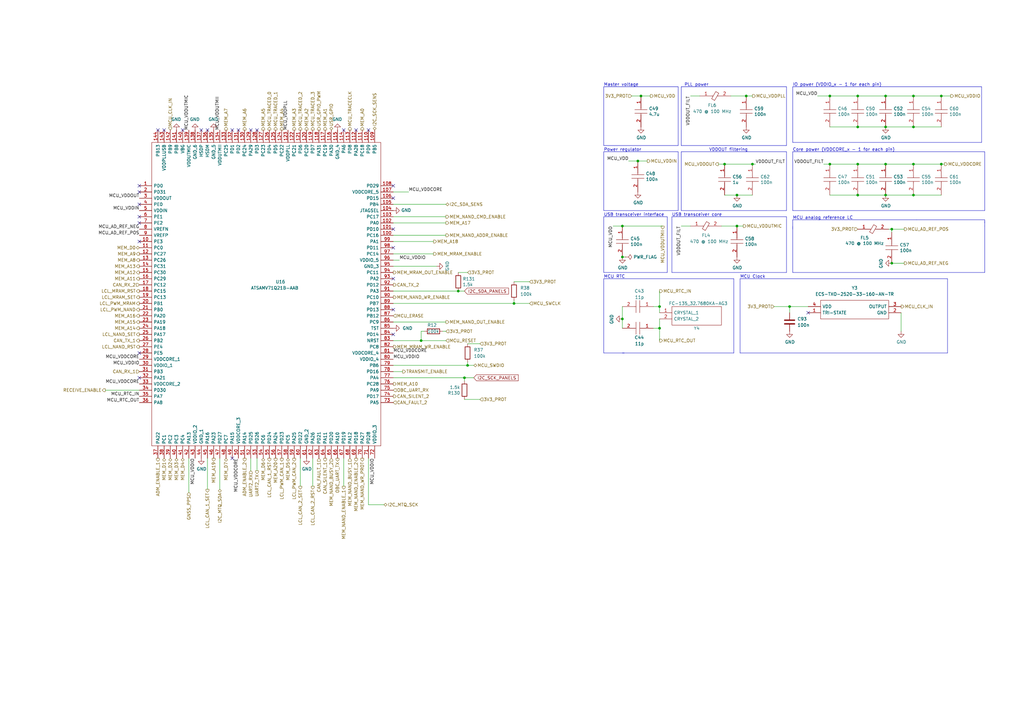
<source format=kicad_sch>
(kicad_sch (version 20230121) (generator eeschema)
  (paper "A3")
  (junction (at 340.36 39.37))
  (junction (at 191.77 149.86))
  (junction (at 365.76 93.98))
  (junction (at 262.89 39.37))
  (junction (at 323.85 125.73))
  (junction (at 351.79 39.37))
  (junction (at 210.82 124.46))
  (junction (at 374.65 52.07))
  (junction (at 374.65 80.01))
  (junction (at 302.26 80.01))
  (junction (at 261.62 66.04))
  (junction (at 172.72 139.7))
  (junction (at 363.22 80.01))
  (junction (at 306.07 39.37))
  (junction (at 351.79 52.07))
  (junction (at 386.08 67.31))
  (junction (at 302.26 92.71))
  (junction (at 255.27 105.41))
  (junction (at 363.22 39.37))
  (junction (at 374.65 39.37))
  (junction (at 351.79 67.31))
  (junction (at 363.22 52.07))
  (junction (at 374.65 67.31))
  (junction (at 365.76 107.95))
  (junction (at 255.27 130.81))
  (junction (at 297.18 67.31))
  (junction (at 270.51 134.62))
  (junction (at 363.22 67.31))
  (junction (at 386.08 39.37))
  (junction (at 351.79 80.01))
  (junction (at 255.27 92.71))
  (junction (at 308.61 67.31))
  (junction (at 340.36 67.31))
  (junction (at 187.96 119.38))
  (junction (at 190.5 154.94))
  (junction (at 270.51 125.73))
  (no_connect (at 161.29 93.98))
  (no_connect (at 57.15 91.44))
  (no_connect (at 57.15 99.06))
  (no_connect (at 95.25 187.96))
  (no_connect (at 57.15 78.74))
  (no_connect (at 67.31 53.34))
  (no_connect (at 74.93 53.34))
  (no_connect (at 102.87 53.34))
  (no_connect (at 140.97 53.34))
  (no_connect (at 95.25 53.34))
  (no_connect (at 85.09 53.34))
  (no_connect (at 82.55 53.34))
  (no_connect (at 161.29 127))
  (no_connect (at 64.77 53.34))
  (no_connect (at 331.47 128.27))
  (no_connect (at 146.05 53.34))
  (no_connect (at 161.29 81.28))
  (no_connect (at 161.29 137.16))
  (no_connect (at 57.15 88.9))
  (no_connect (at 57.15 154.94))
  (no_connect (at 57.15 76.2))
  (no_connect (at 161.29 101.6))
  (no_connect (at 97.79 53.34))
  (no_connect (at 161.29 76.2))
  (no_connect (at 105.41 53.34))
  (no_connect (at 151.13 53.34))
  (no_connect (at 161.29 114.3))
  (no_connect (at 57.15 83.82))
  (no_connect (at 57.15 144.78))
  (polyline (pts (xy 403.86 111.76) (xy 325.12 111.76)))
  (wire (pts (xy 182.88 96.52) (xy 161.29 96.52)))
  (wire (pts (xy 363.22 52.07) (xy 374.65 52.07)))
  (wire (pts (xy 363.22 52.07) (xy 351.79 52.07)))
  (wire (pts (xy 210.82 123.19) (xy 210.82 124.46)))
  (wire (pts (xy 294.64 67.31) (xy 297.18 67.31)))
  (polyline (pts (xy 303.53 144.78) (xy 388.62 144.78)))
  (polyline (pts (xy 322.58 88.9) (xy 322.58 111.76)))
  (wire (pts (xy 163.83 106.68) (xy 161.29 106.68)))
  (wire (pts (xy 302.26 80.01) (xy 308.61 80.01)))
  (wire (pts (xy 340.36 39.37) (xy 335.28 39.37)))
  (polyline (pts (xy 322.58 35.56) (xy 322.58 59.69)))
  (wire (pts (xy 351.79 39.37) (xy 363.22 39.37)))
  (wire (pts (xy 259.08 39.37) (xy 262.89 39.37)))
  (wire (pts (xy 351.79 80.01) (xy 363.22 80.01)))
  (wire (pts (xy 161.29 152.4) (xy 165.1 152.4)))
  (wire (pts (xy 191.77 148.59) (xy 191.77 149.86)))
  (wire (pts (xy 187.96 119.38) (xy 161.29 119.38)))
  (polyline (pts (xy 279.4 62.23) (xy 279.4 86.36)))
  (polyline (pts (xy 325.12 62.23) (xy 325.12 86.36)))
  (polyline (pts (xy 300.99 144.78) (xy 255.27 144.78)))
  (wire (pts (xy 337.82 67.31) (xy 340.36 67.31)))
  (wire (pts (xy 177.8 99.06) (xy 161.29 99.06)))
  (wire (pts (xy 177.8 104.14) (xy 161.29 104.14)))
  (wire (pts (xy 182.88 88.9) (xy 161.29 88.9)))
  (wire (pts (xy 151.13 207.01) (xy 157.48 207.01)))
  (polyline (pts (xy 247.65 59.69) (xy 278.13 59.69)))
  (polyline (pts (xy 325.12 35.56) (xy 325.12 58.42)))
  (polyline (pts (xy 279.4 35.56) (xy 279.4 59.69)))
  (wire (pts (xy 302.26 92.71) (xy 304.8 92.71)))
  (wire (pts (xy 210.82 124.46) (xy 217.17 124.46)))
  (wire (pts (xy 283.21 92.71) (xy 279.4 92.71)))
  (wire (pts (xy 374.65 80.01) (xy 386.08 80.01)))
  (wire (pts (xy 161.29 109.22) (xy 179.07 109.22)))
  (polyline (pts (xy 322.58 111.76) (xy 275.59 111.76)))
  (polyline (pts (xy 300.99 114.3) (xy 300.99 144.78)))
  (wire (pts (xy 182.88 132.08) (xy 161.29 132.08)))
  (wire (pts (xy 386.08 39.37) (xy 389.89 39.37)))
  (wire (pts (xy 374.65 52.07) (xy 386.08 52.07)))
  (wire (pts (xy 340.36 67.31) (xy 351.79 67.31)))
  (wire (pts (xy 161.29 124.46) (xy 210.82 124.46)))
  (polyline (pts (xy 325.12 90.17) (xy 375.92 90.17)))
  (wire (pts (xy 255.27 130.81) (xy 255.27 134.62)))
  (polyline (pts (xy 403.86 90.17) (xy 403.86 91.44)))
  (wire (pts (xy 387.35 67.31) (xy 386.08 67.31)))
  (wire (pts (xy 255.27 125.73) (xy 255.27 130.81)))
  (polyline (pts (xy 247.65 88.9) (xy 247.65 111.76)))
  (wire (pts (xy 196.85 163.83) (xy 190.5 163.83)))
  (polyline (pts (xy 275.59 88.9) (xy 322.58 88.9)))
  (wire (pts (xy 374.65 67.31) (xy 386.08 67.31)))
  (wire (pts (xy 210.82 115.57) (xy 217.17 115.57)))
  (wire (pts (xy 365.76 107.95) (xy 370.84 107.95)))
  (polyline (pts (xy 255.27 114.3) (xy 300.99 114.3)))
  (polyline (pts (xy 247.65 62.23) (xy 247.65 86.36)))
  (polyline (pts (xy 322.58 62.23) (xy 322.58 86.36)))
  (wire (pts (xy 297.18 80.01) (xy 302.26 80.01)))
  (wire (pts (xy 161.29 149.86) (xy 191.77 149.86)))
  (polyline (pts (xy 278.13 35.56) (xy 278.13 59.69)))
  (wire (pts (xy 172.72 135.89) (xy 172.72 139.7)))
  (polyline (pts (xy 275.59 88.9) (xy 275.59 111.76)))
  (wire (pts (xy 187.96 119.38) (xy 190.5 119.38)))
  (wire (pts (xy 351.79 67.31) (xy 363.22 67.31)))
  (wire (pts (xy 102.87 193.04) (xy 102.87 187.96)))
  (wire (pts (xy 270.51 125.73) (xy 270.51 128.27)))
  (wire (pts (xy 270.51 134.62) (xy 270.51 139.7)))
  (wire (pts (xy 167.64 78.74) (xy 161.29 78.74)))
  (wire (pts (xy 190.5 154.94) (xy 194.31 154.94)))
  (polyline (pts (xy 375.92 90.17) (xy 403.86 90.17)))
  (wire (pts (xy 374.65 39.37) (xy 386.08 39.37)))
  (wire (pts (xy 182.88 91.44) (xy 161.29 91.44)))
  (wire (pts (xy 323.85 125.73) (xy 331.47 125.73)))
  (polyline (pts (xy 322.58 86.36) (xy 279.4 86.36)))
  (wire (pts (xy 172.72 139.7) (xy 161.29 139.7)))
  (wire (pts (xy 140.97 199.39) (xy 140.97 187.96)))
  (wire (pts (xy 363.22 39.37) (xy 374.65 39.37)))
  (wire (pts (xy 261.62 66.04) (xy 265.43 66.04)))
  (wire (pts (xy 323.85 128.27) (xy 323.85 125.73)))
  (polyline (pts (xy 247.65 88.9) (xy 273.685 88.9)))
  (wire (pts (xy 182.88 83.82) (xy 161.29 83.82)))
  (polyline (pts (xy 403.86 92.71) (xy 403.86 111.76)))
  (wire (pts (xy 90.17 187.96) (xy 90.17 200.66)))
  (wire (pts (xy 363.22 80.01) (xy 374.65 80.01)))
  (polyline (pts (xy 279.4 35.56) (xy 322.58 35.56)))
  (wire (pts (xy 85.09 187.96) (xy 85.09 200.66)))
  (wire (pts (xy 306.07 39.37) (xy 308.61 39.37)))
  (polyline (pts (xy 278.13 35.56) (xy 247.65 35.56)))
  (wire (pts (xy 191.77 149.86) (xy 194.31 149.86)))
  (wire (pts (xy 351.79 80.01) (xy 340.36 80.01)))
  (polyline (pts (xy 278.13 62.23) (xy 278.13 86.36)))
  (wire (pts (xy 262.89 39.37) (xy 266.7 39.37)))
  (wire (pts (xy 123.19 199.39) (xy 123.19 187.96)))
  (polyline (pts (xy 247.65 86.36) (xy 278.13 86.36)))
  (wire (pts (xy 295.91 92.71) (xy 302.26 92.71)))
  (polyline (pts (xy 325.12 58.42) (xy 402.59 58.42)))
  (wire (pts (xy 190.5 156.21) (xy 190.5 154.94)))
  (wire (pts (xy 151.13 187.96) (xy 151.13 207.01)))
  (wire (pts (xy 283.21 39.37) (xy 287.02 39.37)))
  (wire (pts (xy 270.51 119.38) (xy 270.51 125.73)))
  (polyline (pts (xy 403.86 62.23) (xy 403.86 86.36)))
  (polyline (pts (xy 402.59 35.56) (xy 402.59 58.42)))
  (polyline (pts (xy 279.4 62.23) (xy 322.58 62.23)))
  (wire (pts (xy 77.47 201.93) (xy 77.47 187.96)))
  (wire (pts (xy 317.5 125.73) (xy 323.85 125.73)))
  (polyline (pts (xy 325.12 111.76) (xy 325.12 92.964)))
  (polyline (pts (xy 247.65 111.76) (xy 273.685 111.76)))
  (wire (pts (xy 340.36 39.37) (xy 351.79 39.37)))
  (wire (pts (xy 257.81 66.04) (xy 261.62 66.04)))
  (wire (pts (xy 297.18 67.31) (xy 308.61 67.31)))
  (wire (pts (xy 299.72 39.37) (xy 306.07 39.37)))
  (wire (pts (xy 251.46 92.71) (xy 255.27 92.71)))
  (polyline (pts (xy 388.62 114.3) (xy 388.62 144.78)))
  (wire (pts (xy 364.49 93.98) (xy 365.76 93.98)))
  (wire (pts (xy 270.51 130.81) (xy 270.51 134.62)))
  (wire (pts (xy 172.72 135.89) (xy 173.99 135.89)))
  (wire (pts (xy 128.27 199.39) (xy 128.27 187.96)))
  (polyline (pts (xy 325.12 62.23) (xy 403.86 62.23)))
  (polyline (pts (xy 403.86 90.805) (xy 403.86 92.71)))
  (wire (pts (xy 196.85 140.97) (xy 191.77 140.97)))
  (wire (pts (xy 363.22 67.31) (xy 374.65 67.31)))
  (polyline (pts (xy 325.12 92.71) (xy 325.12 90.17)))
  (wire (pts (xy 370.84 93.98) (xy 365.76 93.98)))
  (wire (pts (xy 187.96 111.76) (xy 191.77 111.76)))
  (polyline (pts (xy 247.65 62.23) (xy 278.13 62.23)))
  (wire (pts (xy 308.61 67.31) (xy 309.88 67.31)))
  (polyline (pts (xy 247.65 35.56) (xy 247.65 59.69)))
  (polyline (pts (xy 247.65 114.3) (xy 247.65 144.78)))
  (wire (pts (xy 267.97 125.73) (xy 270.51 125.73)))
  (polyline (pts (xy 255.27 114.3) (xy 247.65 114.3)))
  (polyline (pts (xy 303.53 114.3) (xy 388.62 114.3)))
  (wire (pts (xy 161.29 154.94) (xy 190.5 154.94)))
  (wire (pts (xy 351.79 52.07) (xy 340.36 52.07)))
  (polyline (pts (xy 273.685 88.9) (xy 273.685 111.76)))
  (wire (pts (xy 105.41 193.04) (xy 105.41 187.96)))
  (wire (pts (xy 270.51 134.62) (xy 267.97 134.62)))
  (polyline (pts (xy 325.12 35.56) (xy 402.59 35.56)))
  (wire (pts (xy 172.72 139.7) (xy 182.88 139.7)))
  (polyline (pts (xy 325.12 92.71) (xy 325.12 93.98)))
  (polyline (pts (xy 325.12 86.36) (xy 403.86 86.36)))
  (wire (pts (xy 181.61 135.89) (xy 182.88 135.89)))
  (wire (pts (xy 43.18 160.02) (xy 57.15 160.02)))
  (wire (pts (xy 369.57 128.27) (xy 369.57 135.89)))
  (wire (pts (xy 256.54 105.41) (xy 255.27 105.41)))
  (wire (pts (xy 255.27 92.71) (xy 271.78 92.71)))
  (polyline (pts (xy 303.53 114.3) (xy 303.53 144.78)))
  (polyline (pts (xy 247.65 144.78) (xy 256.032 144.78)))
  (polyline (pts (xy 279.4 59.69) (xy 322.58 59.69)))
  (wire (pts (xy 365.76 93.98) (xy 365.76 95.25)))
  (text "USB transceiver interface" (at 247.65 88.9 0) (effects (font (size 1.27 1.27)) (justify left bottom)))
  (text "USB transceiver core" (at 275.59 88.9 0) (effects (font (size 1.27 1.27)) (justify left bottom)))
  (text "MCU Clock" (at 303.53 114.3 0) (effects (font (size 1.27 1.27)) (justify left bottom)))
  (text "Master voltage" (at 247.65 35.56 0) (effects (font (size 1.27 1.27)) (justify left bottom)))
  (text "Core power (VDDCORE_x - 1 for each pin)" (at 325.12 62.23 0) (effects (font (size 1.27 1.27)) (justify left bottom)))
  (text "PLL power" (at 280.67 35.56 0) (effects (font (size 1.27 1.27)) (justify left bottom)))
  (text "MCU analog reference LC" (at 325.12 90.17 0) (effects (font (size 1.27 1.27)) (justify left bottom)))
  (text "IO power (VDDIO_x - 1 for each pin)" (at 325.12 35.56 0) (effects (font (size 1.27 1.27)) (justify left bottom)))
  (text "VDDOUT filtering" (at 290.83 62.23 0) (effects (font (size 1.27 1.27)) (justify left bottom)))
  (text "MCU RTC" (at 247.65 114.3 0) (effects (font (size 1.27 1.27)) (justify left bottom)))
  (text "Power regulator" (at 247.65 62.23 0) (effects (font (size 1.27 1.27)) (justify left bottom)))
  (label "MCU_VDDUTMIC" (at 77.47 53.34 90))
  (label "MCU_VDDCORE" (at 57.15 157.48 180))
  (label "MCU_VDDOUT" (at 57.15 81.28 180))
  (label "MCU_VDDIO" (at 161.29 147.32 0))
  (label "MCU_VDD" (at 335.28 39.37 180))
  (label "MCU_AD_REF_NEG" (at 57.15 93.98 180))
  (label "MCU_AD_REF_POS" (at 57.15 96.52 180))
  (label "MCU_RTC_OUT" (at 57.15 165.1 180))
  (label "VDDOUT_FILT" (at 279.4 92.71 270))
  (label "MCU_VDDCORE" (at 57.15 147.32 180))
  (label "MCU_VDDIN" (at 57.15 86.36 180))
  (label "MCU_VDD" (at 257.81 66.04 180))
  (label "VDDOUT_FILT" (at 283.21 39.37 270))
  (label "VDDOUT_FILT" (at 309.88 67.31 0))
  (label "VDDOUT_FILT" (at 337.82 67.31 180))
  (label "MCU_VDDIO" (at 80.01 187.96 270))
  (label "MCU_RTC_IN" (at 57.15 162.56 180))
  (label "MCU_VDD" (at 251.46 92.71 270))
  (label "MCU_VDDUTMII" (at 90.17 53.34 90))
  (label "MCU_VDDPLL" (at 118.11 53.34 90))
  (label "MCU_VDDIO" (at 57.15 149.86 180))
  (label "MCU_VDDIO" (at 153.67 187.96 270))
  (label "MCU_VDDCORE" (at 97.79 187.96 270))
  (label "MCU_VDDIO" (at 163.83 106.68 0))
  (label "MCU_VDDCORE" (at 161.29 144.78 0))
  (label "MCU_VDDCORE" (at 167.64 78.74 0))
  (global_label "I2C_SDA_PANELS" (shape input) (at 190.5 119.38 0) (property "Intersheetrefs" "${INTERSHEET_REFS}" (effects hide)))
  (global_label "I2C_SCK_PANELS" (shape input) (at 194.31 154.94 0) (property "Intersheetrefs" "${INTERSHEET_REFS}" (effects hide)))
  (hierarchical_label "MEM_A15" (shape output) (at 57.15 132.08 180))
  (hierarchical_label "MCU_TRACED_0" (shape output) (at 110.49 53.34 90))
  (hierarchical_label "3V3_PROT" (shape input) (at 351.79 93.98 180))
  (hierarchical_label "MEM_D1" (shape bidirectional) (at 67.31 187.96 270))
  (hierarchical_label "MCU_VDDIN" (shape output) (at 265.43 66.04 0))
  (hierarchical_label "MCU_CLK_IN" (shape input) (at 69.85 53.34 90))
  (hierarchical_label "MEM_A2" (shape output) (at 125.73 53.34 90))
  (hierarchical_label "MEM_A7" (shape output) (at 92.71 53.34 90))
  (hierarchical_label "I2C_SCK_SENS" (shape bidirectional) (at 153.67 53.34 90))
  (hierarchical_label "MEM_NAND_CMD_ENABLE" (shape output) (at 182.88 88.9 0))
  (hierarchical_label "CAN_TX_1" (shape output) (at 57.15 139.7 180))
  (hierarchical_label "3V3_PROT" (shape input) (at 317.5 125.73 180))
  (hierarchical_label "CAN_RX_2" (shape input) (at 57.15 116.84 180))
  (hierarchical_label "LCL_CAN_1_RST" (shape output) (at 110.49 187.96 270))
  (hierarchical_label "MEM_D0" (shape bidirectional) (at 57.15 101.6 180))
  (hierarchical_label "MCU_VDDUTMIC" (shape output) (at 304.8 92.71 0))
  (hierarchical_label "MCU_VDDCORE" (shape output) (at 387.35 67.31 0))
  (hierarchical_label "MEM_A6" (shape output) (at 100.33 53.34 90))
  (hierarchical_label "MCU_ERASE" (shape input) (at 161.29 129.54 0))
  (hierarchical_label "USR_GPIO" (shape bidirectional) (at 135.89 53.34 90))
  (hierarchical_label "MEM_D5" (shape bidirectional) (at 118.11 187.96 270))
  (hierarchical_label "MCU_RTC_OUT" (shape output) (at 270.51 139.7 0))
  (hierarchical_label "UART2_RX" (shape input) (at 102.87 193.04 270))
  (hierarchical_label "MCU_RTC_IN" (shape output) (at 270.51 119.38 0))
  (hierarchical_label "MEM_A3" (shape output) (at 120.65 53.34 90))
  (hierarchical_label "LCL_CAN_2_SET" (shape output) (at 123.19 199.39 270))
  (hierarchical_label "MEM_A20" (shape output) (at 113.03 187.96 270))
  (hierarchical_label "3V3_PROT" (shape input) (at 259.08 39.37 180))
  (hierarchical_label "LCL_MRAM_RST" (shape output) (at 57.15 119.38 180))
  (hierarchical_label "MEM_A14" (shape output) (at 57.15 134.62 180))
  (hierarchical_label "MEM_A19" (shape output) (at 87.63 187.96 270))
  (hierarchical_label "MEM_NAND_WR_PROT" (shape output) (at 148.59 187.96 270))
  (hierarchical_label "CAN_FAULT_1" (shape input) (at 130.81 187.96 270))
  (hierarchical_label "MEM_D4" (shape bidirectional) (at 74.93 187.96 270))
  (hierarchical_label "MEM_NAND_BUSY_1" (shape input) (at 143.51 187.96 270))
  (hierarchical_label "CAN_FAULT_2" (shape input) (at 161.29 165.1 0))
  (hierarchical_label "LCL_PWM_CAN_1" (shape output) (at 115.57 187.96 270))
  (hierarchical_label "MEM_A11" (shape output) (at 57.15 114.3 180))
  (hierarchical_label "ADM_ENABLE_2" (shape output) (at 100.33 187.96 270))
  (hierarchical_label "RECEIVE_ENABLE" (shape output) (at 43.18 160.02 180))
  (hierarchical_label "MEM_A10" (shape output) (at 161.29 157.48 0))
  (hierarchical_label "3V3_PROT" (shape input) (at 182.88 135.89 0))
  (hierarchical_label "MEM_A18" (shape output) (at 177.8 99.06 0))
  (hierarchical_label "ADM_ENABLE_1" (shape output) (at 64.77 187.96 270))
  (hierarchical_label "LCL_PWM_CAN_2" (shape output) (at 120.65 187.96 270))
  (hierarchical_label "LCL_PWM_MRAM" (shape output) (at 57.15 124.46 180))
  (hierarchical_label "MEM_A12" (shape output) (at 57.15 111.76 180))
  (hierarchical_label "MCU_AD_REF_NEG" (shape output) (at 370.84 107.95 0))
  (hierarchical_label "GNSS_PPS" (shape input) (at 77.47 201.93 270))
  (hierarchical_label "MEM_MRAM_WR_ENABLE" (shape output) (at 161.29 142.24 0))
  (hierarchical_label "3V3_PROT" (shape input) (at 191.77 111.76 0))
  (hierarchical_label "MCU_AD_REF_POS" (shape output) (at 370.84 93.98 0))
  (hierarchical_label "MEM_D2" (shape bidirectional) (at 69.85 187.96 270))
  (hierarchical_label "LCL_NAND_RST" (shape output) (at 57.15 142.24 180))
  (hierarchical_label "MCU_TRACED_3" (shape output) (at 128.27 53.34 90))
  (hierarchical_label "LCL_CAN_1_SET" (shape output) (at 85.09 200.66 270))
  (hierarchical_label "MEM_NAND_ADDR_ENABLE" (shape output) (at 182.88 96.52 0))
  (hierarchical_label "MCU_VDDIO" (shape output) (at 389.89 39.37 0))
  (hierarchical_label "MEM_NAND_WR_ENABLE" (shape output) (at 161.29 121.92 0))
  (hierarchical_label "MEM_MRAM_ENABLE" (shape output) (at 177.8 104.14 0))
  (hierarchical_label "MEM_A16" (shape output) (at 57.15 129.54 180))
  (hierarchical_label "MEM_A1" (shape output) (at 133.35 53.34 90))
  (hierarchical_label "MEM_D6" (shape bidirectional) (at 107.95 187.96 270))
  (hierarchical_label "3V3_PROT" (shape input) (at 196.85 163.83 0))
  (hierarchical_label "LCL_MRAM_SET" (shape output) (at 57.15 121.92 180))
  (hierarchical_label "MEM_A4" (shape output) (at 115.57 53.34 90))
  (hierarchical_label "MCU_VDDOUT" (shape output) (at 294.64 67.31 180))
  (hierarchical_label "MEM_NAND_ENABLE_2" (shape output) (at 146.05 187.96 270))
  (hierarchical_label "OBC_UART_RX" (shape input) (at 161.29 160.02 0))
  (hierarchical_label "MEM_A13" (shape output) (at 57.15 109.22 180))
  (hierarchical_label "UART2_TX" (shape output) (at 105.41 193.04 270))
  (hierarchical_label "MCU_VDD" (shape output) (at 266.7 39.37 0))
  (hierarchical_label "MEM_A0" (shape output) (at 148.59 53.34 90))
  (hierarchical_label "MCU_TRACED_1" (shape output) (at 113.03 53.34 90))
  (hierarchical_label "MEM_A5" (shape output) (at 107.95 53.34 90))
  (hierarchical_label "USR_GPIO_PWM" (shape output) (at 130.81 53.34 90))
  (hierarchical_label "MEM_NAND_BUSY_2" (shape input) (at 135.89 187.96 270))
  (hierarchical_label "MEM_D3" (shape bidirectional) (at 72.39 187.96 270))
  (hierarchical_label "I2C_SDA_SENS" (shape bidirectional) (at 182.88 83.82 0))
  (hierarchical_label "CAN_SILENT_1" (shape output) (at 133.35 187.96 270))
  (hierarchical_label "3V3_PROT" (shape input) (at 196.85 140.97 0))
  (hierarchical_label "I2C_MTQ_SDA" (shape bidirectional) (at 90.17 200.66 270))
  (hierarchical_label "MEM_A17" (shape output) (at 182.88 91.44 0))
  (hierarchical_label "MEM_A8" (shape output) (at 57.15 106.68 180))
  (hierarchical_label "MCU_CLK_IN" (shape output) (at 369.57 125.73 0))
  (hierarchical_label "MCU_SWCLK" (shape input) (at 217.17 124.46 0))
  (hierarchical_label "LCL_CAN_2_RST" (shape output) (at 128.27 199.39 270))
  (hierarchical_label "LCL_PWM_NAND" (shape output) (at 57.15 127 180))
  (hierarchical_label "MEM_MRAM_OUT_ENABLE" (shape output) (at 161.29 111.76 0))
  (hierarchical_label "3V3_PROT" (shape input) (at 217.17 115.57 0))
  (hierarchical_label "MEM_NAND_OUT_ENABLE" (shape output) (at 182.88 132.08 0))
  (hierarchical_label "MEM_NAND_ENABLE_1" (shape output) (at 140.97 199.39 270))
  (hierarchical_label "MCU_TRACECLK" (shape output) (at 143.51 53.34 90))
  (hierarchical_label "MCU_VDDPLL" (shape output) (at 308.61 39.37 0))
  (hierarchical_label "OBC_UART_TX" (shape output) (at 138.43 187.96 270))
  (hierarchical_label "MEM_D7" (shape bidirectional) (at 92.71 187.96 270))
  (hierarchical_label "LCL_NAND_SET" (shape output) (at 57.15 137.16 180))
  (hierarchical_label "MEM_A9" (shape output) (at 57.15 104.14 180))
  (hierarchical_label "CAN_SILENT_2" (shape output) (at 161.29 162.56 0))
  (hierarchical_label "TRANSMIT_ENABLE" (shape output) (at 165.1 152.4 0))
  (hierarchical_label "MCU_VDDUTMII" (shape output) (at 271.78 92.71 270))
  (hierarchical_label "MCU_SWDIO" (shape bidirectional) (at 194.31 149.86 0))
  (hierarchical_label "CAN_TX_2" (shape output) (at 161.29 116.84 0))
  (hierarchical_label "CAN_RX_1" (shape input) (at 57.15 152.4 180))
  (hierarchical_label "MCU_TRACED_2" (shape output) (at 123.19 53.34 90))
  (hierarchical_label "MCU_RESET" (shape input) (at 182.88 139.7 0))
  (hierarchical_label "I2C_MTQ_SCK" (shape bidirectional) (at 157.48 207.01 0))
  (symbol (lib_id "OBC_PASSIVE:GCM155R71H104KE02J") (at 340.36 67.31 270) (unit 1)
    (property "Reference" "C47" (at 343.6112 72.4916 90) (effects (justify left)))
    (property "Value" "100n" (at 343.6112 74.803 90) (effects (justify left)))
    (property "Footprint" "CAPC1005X55N" (effects hide))
    (property "Datasheet" "https://psearch.en.murata.com/capacitor/product/GCM155R71H104KE02%23.html" (effects hide))
    (property "Description" "Capacitor GCM15 L=1.0mm W=0.5mm T=0.5mm" (effects hide))
    (property "Height" "0.55" (effects hide))
    (property "Mouser Part Number" "81-GCM155R71H104KE2J" (effects hide))
    (property "Mouser Price/Stock" "https://www.mouser.co.uk/ProductDetail/Murata-Electronics/GCM155R71H104KE02J?qs=hNud%2FORuBR1wlwGPFWBVDg%3D%3D" (effects hide))
    (property "Manufacturer_Name" "Murata Electronics" (effects hide))
    (property "Manufacturer_Part_Number" "GCM155R71H104KE02J" (effects hide))
  )
  (symbol (lib_id "Device:R") (at 177.8 135.89 270) (unit 1)
    (property "Reference" "R12" (at 175.26 133.35 90) (effects (justify left)))
    (property "Value" "100k" (at 175.26 135.89 90) (effects (justify left)))
    (property "Footprint" "Resistor_SMD:R_0402_1005Metric" (effects hide))
  )
  (symbol (lib_id "OBC_PASSIVE:GCM155R71H104KE02J") (at 340.36 39.37 270) (unit 1)
    (property "Reference" "C46" (at 343.6112 44.5516 90) (effects (justify left)))
    (property "Value" "100n" (at 343.6112 46.863 90) (effects (justify left)))
    (property "Footprint" "CAPC1005X55N" (effects hide))
    (property "Datasheet" "https://psearch.en.murata.com/capacitor/product/GCM155R71H104KE02%23.html" (effects hide))
    (property "Description" "Capacitor GCM15 L=1.0mm W=0.5mm T=0.5mm" (effects hide))
    (property "Height" "0.55" (effects hide))
    (property "Mouser Part Number" "81-GCM155R71H104KE2J" (effects hide))
    (property "Mouser Price/Stock" "https://www.mouser.co.uk/ProductDetail/Murata-Electronics/GCM155R71H104KE02J?qs=hNud%2FORuBR1wlwGPFWBVDg%3D%3D" (effects hide))
    (property "Manufacturer_Name" "Murata Electronics" (effects hide))
    (property "Manufacturer_Part_Number" "GCM155R71H104KE02J" (effects hide))
  )
  (symbol (lib_id "OBC_PASSIVE:GCM155R71H104KE02J") (at 374.65 39.37 270) (unit 1)
    (property "Reference" "C54" (at 377.9012 44.5516 90) (effects (justify left)))
    (property "Value" "100n" (at 377.9012 46.863 90) (effects (justify left)))
    (property "Footprint" "CAPC1005X55N" (effects hide))
    (property "Datasheet" "https://psearch.en.murata.com/capacitor/product/GCM155R71H104KE02%23.html" (effects hide))
    (property "Description" "Capacitor GCM15 L=1.0mm W=0.5mm T=0.5mm" (effects hide))
    (property "Height" "0.55" (effects hide))
    (property "Mouser Part Number" "81-GCM155R71H104KE2J" (effects hide))
    (property "Mouser Price/Stock" "https://www.mouser.co.uk/ProductDetail/Murata-Electronics/GCM155R71H104KE02J?qs=hNud%2FORuBR1wlwGPFWBVDg%3D%3D" (effects hide))
    (property "Manufacturer_Name" "Murata Electronics" (effects hide))
    (property "Manufacturer_Part_Number" "GCM155R71H104KE02J" (effects hide))
  )
  (symbol (lib_id "Device:R") (at 190.5 160.02 180) (unit 1)
    (property "Reference" "R130" (at 188.722 161.1884 0) (effects (justify left)))
    (property "Value" "1.5k" (at 188.722 158.877 0) (effects (justify left)))
    (property "Footprint" "Resistor_SMD:R_0402_1005Metric" (effects hide))
  )
  (symbol (lib_id "Device:C") (at 323.85 132.08 180) (unit 1)
    (property "Reference" "C93" (at 327.025 130.8099 0) (effects (justify right)))
    (property "Value" "100n" (at 327.025 133.3499 0) (effects (justify right)))
    (property "Footprint" "Capacitor_SMD:C_0402_1005Metric" (effects hide))
  )
  (symbol (lib_id "power:GND") (at 138.43 53.34 180) (unit 1)
    (property "Reference" "#PWR0186" (effects hide))
    (property "Value" "GND" (at 138.303 48.9458 0))
  )
  (symbol (lib_id "OBC_PASSIVE:GCM155R71H104KE02J") (at 255.27 92.71 270) (unit 1)
    (property "Reference" "C45" (at 258.5212 97.8916 90) (effects (justify left)))
    (property "Value" "100n" (at 258.5212 100.203 90) (effects (justify left)))
    (property "Footprint" "CAPC1005X55N" (effects hide))
    (property "Datasheet" "https://psearch.en.murata.com/capacitor/product/GCM155R71H104KE02%23.html" (effects hide))
    (property "Description" "Capacitor GCM15 L=1.0mm W=0.5mm T=0.5mm" (effects hide))
    (property "Height" "0.55" (effects hide))
    (property "Mouser Part Number" "81-GCM155R71H104KE2J" (effects hide))
    (property "Mouser Price/Stock" "https://www.mouser.co.uk/ProductDetail/Murata-Electronics/GCM155R71H104KE02J?qs=hNud%2FORuBR1wlwGPFWBVDg%3D%3D" (effects hide))
    (property "Manufacturer_Name" "Murata Electronics" (effects hide))
    (property "Manufacturer_Part_Number" "GCM155R71H104KE02J" (effects hide))
  )
  (symbol (lib_id "OBC_PASSIVE:GCM155R71H104KE02J") (at 386.08 39.37 270) (unit 1)
    (property "Reference" "C60" (at 389.3312 44.5516 90) (effects (justify left)))
    (property "Value" "100n" (at 389.3312 46.863 90) (effects (justify left)))
    (property "Footprint" "CAPC1005X55N" (effects hide))
    (property "Datasheet" "https://psearch.en.murata.com/capacitor/product/GCM155R71H104KE02%23.html" (effects hide))
    (property "Description" "Capacitor GCM15 L=1.0mm W=0.5mm T=0.5mm" (effects hide))
    (property "Height" "0.55" (effects hide))
    (property "Mouser Part Number" "81-GCM155R71H104KE2J" (effects hide))
    (property "Mouser Price/Stock" "https://www.mouser.co.uk/ProductDetail/Murata-Electronics/GCM155R71H104KE02J?qs=hNud%2FORuBR1wlwGPFWBVDg%3D%3D" (effects hide))
    (property "Manufacturer_Name" "Murata Electronics" (effects hide))
    (property "Manufacturer_Part_Number" "GCM155R71H104KE02J" (effects hide))
  )
  (symbol (lib_id "Device:R") (at 210.82 119.38 0) (unit 1)
    (property "Reference" "R38" (at 213.36 118.1099 0) (effects (justify left)))
    (property "Value" "100k" (at 213.36 120.6499 0) (effects (justify left)))
    (property "Footprint" "Resistor_SMD:R_0402_1005Metric" (effects hide))
  )
  (symbol (lib_id "OBC_PASSIVE:GCQ1555C1H110JB01D") (at 267.97 125.73 180) (unit 1)
    (property "Reference" "C43" (at 264.16 119.38 0) (effects (justify left)))
    (property "Value" "11p" (at 264.16 121.92 0) (effects (justify left)))
    (property "Footprint" "CAPC1005X55N" (effects hide))
    (property "Datasheet" "https://psearch.en.murata.com/capacitor/product/GCQ1555C1H110JB01%23.html" (effects hide))
    (property "Description" "Capacitor GCQ15_0.05 L=1.0mm W=0.5mm T=0.5mm" (effects hide))
    (property "Height" "0.55" (effects hide))
    (property "Manufacturer_Name" "Murata Electronics" (effects hide))
    (property "Manufacturer_Part_Number" "GCQ1555C1H110JB01D" (effects hide))
  )
  (symbol (lib_id "OBC_PASSIVE:GRT155R61E105KE01D") (at 297.18 67.31 270) (unit 1)
    (property "Reference" "C56" (at 300.4312 72.4916 90) (effects (justify left)))
    (property "Value" "1u" (at 300.4312 74.803 90) (effects (justify left)))
    (property "Footprint" "CAPC1005X55N" (effects hide))
    (property "Datasheet" "https://componentsearchengine.com/Datasheets/1/GRT155R61E105KE01D.pdf" (effects hide))
    (property "Description" "Capacitor GRT15 L=1.0mm W=0.5mm T=0.5mm" (effects hide))
    (property "Height" "0.55" (effects hide))
    (property "Mouser Part Number" "81-GRT155R61E105KE1D" (effects hide))
    (property "Mouser Price/Stock" "https://www.mouser.com/Search/Refine.aspx?Keyword=81-GRT155R61E105KE1D" (effects hide))
    (property "Manufacturer_Name" "Murata Electronics" (effects hide))
    (property "Manufacturer_Part_Number" "GRT155R61E105KE01D" (effects hide))
  )
  (symbol (lib_id "OBC_PASSIVE:GCM155R71H104KE02J") (at 308.61 67.31 270) (unit 1)
    (property "Reference" "C62" (at 311.8612 72.4916 90) (effects (justify left)))
    (property "Value" "100n" (at 311.8612 74.803 90) (effects (justify left)))
    (property "Footprint" "CAPC1005X55N" (effects hide))
    (property "Datasheet" "https://psearch.en.murata.com/capacitor/product/GCM155R71H104KE02%23.html" (effects hide))
    (property "Description" "Capacitor GCM15 L=1.0mm W=0.5mm T=0.5mm" (effects hide))
    (property "Height" "0.55" (effects hide))
    (property "Mouser Part Number" "81-GCM155R71H104KE2J" (effects hide))
    (property "Mouser Price/Stock" "https://www.mouser.co.uk/ProductDetail/Murata-Electronics/GCM155R71H104KE02J?qs=hNud%2FORuBR1wlwGPFWBVDg%3D%3D" (effects hide))
    (property "Manufacturer_Name" "Murata Electronics" (effects hide))
    (property "Manufacturer_Part_Number" "GCM155R71H104KE02J" (effects hide))
  )
  (symbol (lib_id "power:GND") (at 262.89 52.07 0) (unit 1)
    (property "Reference" "#PWR0175" (effects hide))
    (property "Value" "GND" (at 263.017 56.4642 0))
  )
  (symbol (lib_id "OBC_PASSIVE:GCM155R71H104KE02J") (at 374.65 67.31 270) (unit 1)
    (property "Reference" "C55" (at 377.9012 72.4916 90) (effects (justify left)))
    (property "Value" "100n" (at 377.9012 74.803 90) (effects (justify left)))
    (property "Footprint" "CAPC1005X55N" (effects hide))
    (property "Datasheet" "https://psearch.en.murata.com/capacitor/product/GCM155R71H104KE02%23.html" (effects hide))
    (property "Description" "Capacitor GCM15 L=1.0mm W=0.5mm T=0.5mm" (effects hide))
    (property "Height" "0.55" (effects hide))
    (property "Mouser Part Number" "81-GCM155R71H104KE2J" (effects hide))
    (property "Mouser Price/Stock" "https://www.mouser.co.uk/ProductDetail/Murata-Electronics/GCM155R71H104KE02J?qs=hNud%2FORuBR1wlwGPFWBVDg%3D%3D" (effects hide))
    (property "Manufacturer_Name" "Murata Electronics" (effects hide))
    (property "Manufacturer_Part_Number" "GCM155R71H104KE02J" (effects hide))
  )
  (symbol (lib_id "power:GND") (at 323.85 135.89 0) (unit 1)
    (property "Reference" "#PWR0260" (effects hide))
    (property "Value" "GND" (at 323.977 140.2842 0))
  )
  (symbol (lib_id "power:GND") (at 125.73 187.96 0) (unit 1)
    (property "Reference" "#PWR0182" (effects hide))
    (property "Value" "GND" (at 125.857 192.3542 0))
  )
  (symbol (lib_id "power:GND") (at 72.39 53.34 180) (unit 1)
    (property "Reference" "#PWR0183" (effects hide))
    (property "Value" "GND" (at 72.263 48.9458 0))
  )
  (symbol (lib_id "power:GND") (at 363.22 80.01 0) (unit 1)
    (property "Reference" "#PWR0179" (effects hide))
    (property "Value" "GND" (at 363.347 84.4042 0))
  )
  (symbol (lib_id "power:GND") (at 302.26 105.41 0) (unit 1)
    (property "Reference" "#PWR0171" (effects hide))
    (property "Value" "GND" (at 302.387 109.8042 0))
  )
  (symbol (lib_id "power:GND") (at 306.07 52.07 0) (unit 1)
    (property "Reference" "#PWR0177" (effects hide))
    (property "Value" "GND" (at 306.197 56.4642 0))
  )
  (symbol (lib_id "power:GND") (at 255.27 105.41 0) (unit 1)
    (property "Reference" "#PWR0174" (effects hide))
    (property "Value" "GND" (at 255.397 109.8042 0))
  )
  (symbol (lib_id "OBC_PASSIVE:GCM155R71H104KE02J") (at 363.22 67.31 270) (unit 1)
    (property "Reference" "C53" (at 366.4712 72.4916 90) (effects (justify left)))
    (property "Value" "100n" (at 366.4712 74.803 90) (effects (justify left)))
    (property "Footprint" "CAPC1005X55N" (effects hide))
    (property "Datasheet" "https://psearch.en.murata.com/capacitor/product/GCM155R71H104KE02%23.html" (effects hide))
    (property "Description" "Capacitor GCM15 L=1.0mm W=0.5mm T=0.5mm" (effects hide))
    (property "Height" "0.55" (effects hide))
    (property "Mouser Part Number" "81-GCM155R71H104KE2J" (effects hide))
    (property "Mouser Price/Stock" "https://www.mouser.co.uk/ProductDetail/Murata-Electronics/GCM155R71H104KE02J?qs=hNud%2FORuBR1wlwGPFWBVDg%3D%3D" (effects hide))
    (property "Manufacturer_Name" "Murata Electronics" (effects hide))
    (property "Manufacturer_Part_Number" "GCM155R71H104KE02J" (effects hide))
  )
  (symbol (lib_id "power:GND") (at 87.63 53.34 180) (unit 1)
    (property "Reference" "#PWR0184" (effects hide))
    (property "Value" "GND" (at 87.503 48.9458 0))
  )
  (symbol (lib_id "OBC_PASSIVE:GCM155R71H104KE02J") (at 386.08 67.31 270) (unit 1)
    (property "Reference" "C61" (at 389.3312 72.4916 90) (effects (justify left)))
    (property "Value" "100n" (at 389.3312 74.803 90) (effects (justify left)))
    (property "Footprint" "CAPC1005X55N" (effects hide))
    (property "Datasheet" "https://psearch.en.murata.com/capacitor/product/GCM155R71H104KE02%23.html" (effects hide))
    (property "Description" "Capacitor GCM15 L=1.0mm W=0.5mm T=0.5mm" (effects hide))
    (property "Height" "0.55" (effects hide))
    (property "Mouser Part Number" "81-GCM155R71H104KE2J" (effects hide))
    (property "Mouser Price/Stock" "https://www.mouser.co.uk/ProductDetail/Murata-Electronics/GCM155R71H104KE02J?qs=hNud%2FORuBR1wlwGPFWBVDg%3D%3D" (effects hide))
    (property "Manufacturer_Name" "Murata Electronics" (effects hide))
    (property "Manufacturer_Part_Number" "GCM155R71H104KE02J" (effects hide))
  )
  (symbol (lib_id "Device:R") (at 187.96 115.57 0) (unit 1)
    (property "Reference" "R131" (at 189.738 114.4016 0) (effects (justify left)))
    (property "Value" "1.5k" (at 189.738 116.713 0) (effects (justify left)))
    (property "Footprint" "Resistor_SMD:R_0402_1005Metric" (effects hide))
  )
  (symbol (lib_id "power:GND") (at 255.27 130.81 270) (unit 1)
    (property "Reference" "#PWR0176" (effects hide))
    (property "Value" "GND" (at 250.8758 130.937 0))
  )
  (symbol (lib_id "power:GND") (at 261.62 78.74 0) (unit 1)
    (property "Reference" "#PWR0173" (effects hide))
    (property "Value" "GND" (at 261.747 83.1342 0))
  )
  (symbol (lib_id "OBC_PASSIVE:GCM155R71H104KE02J") (at 261.62 66.04 270) (unit 1)
    (property "Reference" "C48" (at 264.8712 71.2216 90) (effects (justify left)))
    (property "Value" "100n" (at 264.8712 73.533 90) (effects (justify left)))
    (property "Footprint" "CAPC1005X55N" (effects hide))
    (property "Datasheet" "https://psearch.en.murata.com/capacitor/product/GCM155R71H104KE02%23.html" (effects hide))
    (property "Description" "Capacitor GCM15 L=1.0mm W=0.5mm T=0.5mm" (effects hide))
    (property "Height" "0.55" (effects hide))
    (property "Mouser Part Number" "81-GCM155R71H104KE2J" (effects hide))
    (property "Mouser Price/Stock" "https://www.mouser.co.uk/ProductDetail/Murata-Electronics/GCM155R71H104KE02J?qs=hNud%2FORuBR1wlwGPFWBVDg%3D%3D" (effects hide))
    (property "Manufacturer_Name" "Murata Electronics" (effects hide))
    (property "Manufacturer_Part_Number" "GCM155R71H104KE02J" (effects hide))
  )
  (symbol (lib_id "MISC:BLM18PG471SH1D") (at 283.21 92.71 0) (unit 1)
    (property "Reference" "FL4" (at 289.56 96.52 0))
    (property "Value" "470 @ 100 MHz" (at 290.83 99.06 0))
    (property "Footprint" "MISC:BLM18PG471SH1D" (effects hide))
    (property "Datasheet" "https://www.murata.com/en-us/products/productdetail?partno=BLM18PG471SH1%23" (effects hide))
    (property "Description" "Murata Power Solutions Ferrite Bead (Chip Bead), 1.6 x 0.8 x 0.8mm (1608), 470 impedance at 100 MHz" (effects hide))
    (property "Height" "0.95" (effects hide))
    (property "Manufacturer_Name" "Murata Electronics" (effects hide))
    (property "Manufacturer_Part_Number" "BLM18PG471SH1D" (effects hide))
    (property "Arrow Part Number" "BLM18PG471SH1D" (effects hide))
    (property "Arrow Price/Stock" "https://www.arrow.com/en/products/blm18pg471sh1d/murata-manufacturing" (effects hide))
    (property "Mouser Part Number" "81-BLM18PG471SH1D" (effects hide))
    (property "Mouser Price/Stock" "https://www.mouser.co.uk/ProductDetail/Murata-Electronics/BLM18PG471SH1D?qs=uSeJpk%2F8In16ipYp%2FGDzCQ%3D%3D" (effects hide))
  )
  (symbol (lib_id "power:PWR_FLAG") (at 256.54 105.41 270) (unit 1)
    (property "Reference" "#FLG0110" (effects hide))
    (property "Value" "PWR_FLAG" (at 259.7912 105.41 90) (effects (justify left)))
  )
  (symbol (lib_id "OBC_IC:FC-135_32.7680KA-AG3") (at 270.51 128.27 0) (unit 1)
    (property "Reference" "Y4" (at 284.48 134.62 0) (effects (justify left)))
    (property "Value" "FC-135_32.7680KA-AG3" (at 274.32 124.46 0) (effects (justify left)))
    (property "Footprint" "OBC_IC:FC135327680KAAG3" (effects hide))
    (property "Datasheet" "http://www.mouser.com/ds/2/137/C-135R_en-1109071.pdf" (effects hide))
    (property "Description" "Crystals 32.768KHz 20ppm 7.0pF -40C +85C" (effects hide))
    (property "Height" "0.9" (effects hide))
    (property "Manufacturer_Name" "Epson Timing" (effects hide))
    (property "Manufacturer_Part_Number" "FC-135 32.7680KA-AG3" (effects hide))
    (property "Mouser Part Number" "732-FC135-32.76KAAG3" (effects hide))
    (property "Mouser Price/Stock" "https://www.mouser.co.uk/ProductDetail/Epson-Timing/FC-135-327680KA-AG3?qs=l3LL3yk8ONbdhVAPUR8zug%3D%3D" (effects hide))
    (property "Arrow Part Number" "FC-135 32.7680KA-AG3" (effects hide))
    (property "Arrow Price/Stock" "https://www.arrow.com/en/products/fc-13532.7680ka-ag3/epson-electronics-america?region=nac" (effects hide))
  )
  (symbol (lib_id "power:GND") (at 82.55 187.96 0) (unit 1)
    (property "Reference" "#PWR0181" (effects hide))
    (property "Value" "GND" (at 82.677 192.3542 0))
  )
  (symbol (lib_id "OBC_PASSIVE:GCM155R71H104KE02J") (at 302.26 92.71 270) (unit 1)
    (property "Reference" "C58" (at 305.5112 97.8916 90) (effects (justify left)))
    (property "Value" "100n" (at 305.5112 100.203 90) (effects (justify left)))
    (property "Footprint" "CAPC1005X55N" (effects hide))
    (property "Datasheet" "https://psearch.en.murata.com/capacitor/product/GCM155R71H104KE02%23.html" (effects hide))
    (property "Description" "Capacitor GCM15 L=1.0mm W=0.5mm T=0.5mm" (effects hide))
    (property "Height" "0.55" (effects hide))
    (property "Mouser Part Number" "81-GCM155R71H104KE2J" (effects hide))
    (property "Mouser Price/Stock" "https://www.mouser.co.uk/ProductDetail/Murata-Electronics/GCM155R71H104KE02J?qs=hNud%2FORuBR1wlwGPFWBVDg%3D%3D" (effects hide))
    (property "Manufacturer_Name" "Murata Electronics" (effects hide))
    (property "Manufacturer_Part_Number" "GCM155R71H104KE02J" (effects hide))
  )
  (symbol (lib_id "OBC_PASSIVE:GCM155R71H104KE02J") (at 306.07 39.37 270) (unit 1)
    (property "Reference" "C59" (at 309.3212 44.5516 90) (effects (justify left)))
    (property "Value" "100n" (at 309.3212 46.863 90) (effects (justify left)))
    (property "Footprint" "CAPC1005X55N" (effects hide))
    (property "Datasheet" "https://psearch.en.murata.com/capacitor/product/GCM155R71H104KE02%23.html" (effects hide))
    (property "Description" "Capacitor GCM15 L=1.0mm W=0.5mm T=0.5mm" (effects hide))
    (property "Height" "0.55" (effects hide))
    (property "Mouser Part Number" "81-GCM155R71H104KE2J" (effects hide))
    (property "Mouser Price/Stock" "https://www.mouser.co.uk/ProductDetail/Murata-Electronics/GCM155R71H104KE02J?qs=hNud%2FORuBR1wlwGPFWBVDg%3D%3D" (effects hide))
    (property "Manufacturer_Name" "Murata Electronics" (effects hide))
    (property "Manufacturer_Part_Number" "GCM155R71H104KE02J" (effects hide))
  )
  (symbol (lib_id "power:GND") (at 161.29 134.62 90) (unit 1)
    (property "Reference" "#PWR0189" (effects hide))
    (property "Value" "GND" (at 165.1 134.6199 90) (effects (justify right)))
  )
  (symbol (lib_id "OBC_PASSIVE:GCM155R71H104KE02J") (at 365.76 95.25 270) (unit 1)
    (property "Reference" "C57" (at 369.0112 100.4316 90) (effects (justify left)))
    (property "Value" "100n" (at 369.0112 102.743 90) (effects (justify left)))
    (property "Footprint" "CAPC1005X55N" (effects hide))
    (property "Datasheet" "https://psearch.en.murata.com/capacitor/product/GCM155R71H104KE02%23.html" (effects hide))
    (property "Description" "Capacitor GCM15 L=1.0mm W=0.5mm T=0.5mm" (effects hide))
    (property "Height" "0.55" (effects hide))
    (property "Mouser Part Number" "81-GCM155R71H104KE2J" (effects hide))
    (property "Mouser Price/Stock" "https://www.mouser.co.uk/ProductDetail/Murata-Electronics/GCM155R71H104KE02J?qs=hNud%2FORuBR1wlwGPFWBVDg%3D%3D" (effects hide))
    (property "Manufacturer_Name" "Murata Electronics" (effects hide))
    (property "Manufacturer_Part_Number" "GCM155R71H104KE02J" (effects hide))
  )
  (symbol (lib_id "OBC_PASSIVE:GCM155R71H104KE02J") (at 351.79 67.31 270) (unit 1)
    (property "Reference" "C51" (at 355.0412 72.4916 90) (effects (justify left)))
    (property "Value" "100n" (at 355.0412 74.803 90) (effects (justify left)))
    (property "Footprint" "CAPC1005X55N" (effects hide))
    (property "Datasheet" "https://psearch.en.murata.com/capacitor/product/GCM155R71H104KE02%23.html" (effects hide))
    (property "Description" "Capacitor GCM15 L=1.0mm W=0.5mm T=0.5mm" (effects hide))
    (property "Height" "0.55" (effects hide))
    (property "Mouser Part Number" "81-GCM155R71H104KE2J" (effects hide))
    (property "Mouser Price/Stock" "https://www.mouser.co.uk/ProductDetail/Murata-Electronics/GCM155R71H104KE02J?qs=hNud%2FORuBR1wlwGPFWBVDg%3D%3D" (effects hide))
    (property "Manufacturer_Name" "Murata Electronics" (effects hide))
    (property "Manufacturer_Part_Number" "GCM155R71H104KE02J" (effects hide))
  )
  (symbol (lib_id "power:GND") (at 179.07 109.22 90) (unit 1)
    (property "Reference" "#PWR0188" (effects hide))
    (property "Value" "GND" (at 183.4642 109.093 0))
  )
  (symbol (lib_id "OBC_IC:ECS-TXO-2520-33-160-AN-TR") (at 331.47 125.73 0) (unit 1)
    (property "Reference" "Y3" (at 350.52 118.11 0))
    (property "Value" "ECS-TXO-2520-33-160-AN-TR" (at 350.52 120.65 0))
    (property "Footprint" "OBC_IC:ECSTXO252033160ANTR" (effects hide))
    (property "Datasheet" "https://ecsxtal.com/store/pdf/ECS-TXO-2520.pdf" (effects hide))
    (property "Description" "Oscillator TCXO 16MHz +/-2ppm (Tol) +/-2.5ppm (Stability) 15pF HCMOS 55% 3.3V 4-Pin Mini-CSMD T/R" (effects hide))
    (property "Height" "1" (effects hide))
    (property "Manufacturer_Name" "ECS" (effects hide))
    (property "Manufacturer_Part_Number" "ECS-TXO-2520-33-160-AN-TR" (effects hide))
    (property "Mouser Part Number" "520-T2520-33-160-ANT" (effects hide))
    (property "Mouser Price/Stock" "https://www.mouser.co.uk/ProductDetail/ECS/ECS-TXO-2520-33-160-AN-TR?qs=KAq9QXcE8HAE1gcf2ozR9w%3D%3D" (effects hide))
    (property "Arrow Part Number" "ECS-TXO-2520-33-160-AN-TR" (effects hide))
    (property "Arrow Price/Stock" "https://www.arrow.com/en/products/ecs-txo-2520-33-160-an-tr/ecs-international" (effects hide))
  )
  (symbol (lib_id "OBC_PASSIVE:GRT155R61A475ME13D") (at 262.89 39.37 270) (unit 1)
    (property "Reference" "C49" (at 266.1412 44.5516 90) (effects (justify left)))
    (property "Value" "4.7u" (at 266.1412 46.863 90) (effects (justify left)))
    (property "Footprint" "CAPC1005X55N" (effects hide))
    (property "Datasheet" "https://psearch.en.murata.com/capacitor/product/GRT155R61A475ME13%23.html" (effects hide))
    (property "Description" "Capacitor GRT15 L=1.0mm W=0.5mm T=0.5mm" (effects hide))
    (property "Height" "0.55" (effects hide))
    (property "Mouser Part Number" "81-GRT155R61A475ME13" (effects hide))
    (property "Mouser Price/Stock" "https://www.mouser.co.uk/ProductDetail/Murata-Electronics/GRT155R61A475ME13D?qs=rrS6PyfT74cfd%252BwO%2F%2FmDhw%3D%3D" (effects hide))
    (property "Manufacturer_Name" "Murata Electronics" (effects hide))
    (property "Manufacturer_Part_Number" "GRT155R61A475ME13D" (effects hide))
  )
  (symbol (lib_id "MISC:BLM18PG471SH1D") (at 351.79 93.98 0) (unit 1)
    (property "Reference" "FL5" (at 354.584 97.536 0))
    (property "Value" "470 @ 100 MHz" (at 354.584 99.822 0))
    (property "Footprint" "MISC:BLM18PG471SH1D" (effects hide))
    (property "Datasheet" "https://www.murata.com/en-us/products/productdetail?partno=BLM18PG471SH1%23" (effects hide))
    (property "Description" "Murata Power Solutions Ferrite Bead (Chip Bead), 1.6 x 0.8 x 0.8mm (1608), 470 impedance at 100 MHz" (effects hide))
    (property "Height" "0.95" (effects hide))
    (property "Manufacturer_Name" "Murata Electronics" (effects hide))
    (property "Manufacturer_Part_Number" "BLM18PG471SH1D" (effects hide))
    (property "Arrow Part Number" "BLM18PG471SH1D" (effects hide))
    (property "Arrow Price/Stock" "https://www.arrow.com/en/products/blm18pg471sh1d/murata-manufacturing" (effects hide))
    (property "Mouser Part Number" "81-BLM18PG471SH1D" (effects hide))
    (property "Mouser Price/Stock" "https://www.mouser.co.uk/ProductDetail/Murata-Electronics/BLM18PG471SH1D?qs=uSeJpk%2F8In16ipYp%2FGDzCQ%3D%3D" (effects hide))
  )
  (symbol (lib_id "power:GND") (at 369.57 135.89 0) (unit 1)
    (property "Reference" "#PWR0172" (effects hide))
    (property "Value" "GND" (at 369.697 140.2842 0))
  )
  (symbol (lib_id "Device:R") (at 191.77 144.78 0) (unit 1)
    (property "Reference" "R37" (at 194.31 143.5099 0) (effects (justify left)))
    (property "Value" "100k" (at 194.31 146.0499 0) (effects (justify left)))
    (property "Footprint" "Resistor_SMD:R_0402_1005Metric" (effects hide))
  )
  (symbol (lib_id "power:GND") (at 363.22 52.07 0) (unit 1)
    (property "Reference" "#PWR0180" (effects hide))
    (property "Value" "GND" (at 363.347 56.4642 0))
  )
  (symbol (lib_id "OBC_PASSIVE:GCM155R71H104KE02J") (at 363.22 39.37 270) (unit 1)
    (property "Reference" "C52" (at 366.4712 44.5516 90) (effects (justify left)))
    (property "Value" "100n" (at 366.4712 46.863 90) (effects (justify left)))
    (property "Footprint" "CAPC1005X55N" (effects hide))
    (property "Datasheet" "https://psearch.en.murata.com/capacitor/product/GCM155R71H104KE02%23.html" (effects hide))
    (property "Description" "Capacitor GCM15 L=1.0mm W=0.5mm T=0.5mm" (effects hide))
    (property "Height" "0.55" (effects hide))
    (property "Mouser Part Number" "81-GCM155R71H104KE2J" (effects hide))
    (property "Mouser Price/Stock" "https://www.mouser.co.uk/ProductDetail/Murata-Electronics/GCM155R71H104KE02J?qs=hNud%2FORuBR1wlwGPFWBVDg%3D%3D" (effects hide))
    (property "Manufacturer_Name" "Murata Electronics" (effects hide))
    (property "Manufacturer_Part_Number" "GCM155R71H104KE02J" (effects hide))
  )
  (symbol (lib_id "OBC_PASSIVE:GCQ1555C1H110JB01D") (at 267.97 134.62 180) (unit 1)
    (property "Reference" "C44" (at 264.16 138.43 0) (effects (justify left)))
    (property "Value" "11p" (at 264.16 140.97 0) (effects (justify left)))
    (property "Footprint" "CAPC1005X55N" (effects hide))
    (property "Datasheet" "https://psearch.en.murata.com/capacitor/product/GCQ1555C1H110JB01%23.html" (effects hide))
    (property "Description" "Capacitor GCQ15_0.05 L=1.0mm W=0.5mm T=0.5mm" (effects hide))
    (property "Height" "0.55" (effects hide))
    (property "Manufacturer_Name" "Murata Electronics" (effects hide))
    (property "Manufacturer_Part_Number" "GCQ1555C1H110JB01D" (effects hide))
  )
  (symbol (lib_id "power:GND") (at 161.29 86.36 90) (unit 1)
    (property "Reference" "#PWR0187" (effects hide))
    (property "Value" "GND" (at 164.5412 86.233 90) (effects (justify right)))
  )
  (symbol (lib_id "power:GND") (at 302.26 80.01 0) (unit 1)
    (property "Reference" "#PWR0178" (effects hide))
    (property "Value" "GND" (at 302.387 84.4042 0))
  )
  (symbol (lib_id "power:GND") (at 80.01 53.34 180) (unit 1)
    (property "Reference" "#PWR0185" (effects hide))
    (property "Value" "GND" (at 79.883 48.9458 0))
  )
  (symbol (lib_id "power:GND") (at 365.76 107.95 270) (unit 1)
    (property "Reference" "#PWR0170" (effects hide))
    (property "Value" "GND" (at 361.3658 108.077 0))
  )
  (symbol (lib_id "MISC:BLM18PG471SH1D") (at 287.02 39.37 0) (unit 1)
    (property "Reference" "FL6" (at 292.1 43.18 0))
    (property "Value" "470 @ 100 MHz" (at 292.1 45.72 0))
    (property "Footprint" "MISC:BLM18PG471SH1D" (effects hide))
    (property "Datasheet" "https://www.murata.com/en-us/products/productdetail?partno=BLM18PG471SH1%23" (effects hide))
    (property "Description" "Murata Power Solutions Ferrite Bead (Chip Bead), 1.6 x 0.8 x 0.8mm (1608), 470 impedance at 100 MHz" (effects hide))
    (property "Height" "0.95" (effects hide))
    (property "Manufacturer_Name" "Murata Electronics" (effects hide))
    (property "Manufacturer_Part_Number" "BLM18PG471SH1D" (effects hide))
    (property "Arrow Part Number" "BLM18PG471SH1D" (effects hide))
    (property "Arrow Price/Stock" "https://www.arrow.com/en/products/blm18pg471sh1d/murata-manufacturing" (effects hide))
    (property "Mouser Part Number" "81-BLM18PG471SH1D" (effects hide))
    (property "Mouser Price/Stock" "https://www.mouser.co.uk/ProductDetail/Murata-Electronics/BLM18PG471SH1D?qs=uSeJpk%2F8In16ipYp%2FGDzCQ%3D%3D" (effects hide))
  )
  (symbol (lib_id "OBC_IC:ATSAMV71Q21B-AAB") (at 57.15 76.2 0) (unit 1)
    (property "Reference" "U16" (at 113.03 115.57 0) (effects (justify left)))
    (property "Value" "ATSAMV71Q21B-AAB" (at 102.87 118.11 0) (effects (justify left)))
    (property "Footprint" "OBC_IC:ATSAMV71Q21B-AAB" (effects hide))
    (property "Datasheet" "http://ww1.microchip.com/downloads/en/DeviceDoc/Atmel-44003-32-bit-Cortex-M7-Microcontroller-SAM-V71Q-SAM-V71N-SAM-V71J_Datasheet.pdf" (effects hide))
    (property "Description" "ARM Microcontrollers - MCU 2MB FLASH 384KB SRAM LQFP144" (effects hide))
    (property "Height" "1.6" (effects hide))
    (property "Mouser Part Number" "579-ATSAMV71Q21B-AAB" (effects hide))
    (property "Mouser Price/Stock" "https://www.mouser.co.uk/ProductDetail/Microchip-Technology-Atmel/ATSAMV71Q21B-AAB?qs=j%252B1pi9TdxUaaYXmCSj2x3Q%3D%3D" (effects hide))
    (property "Manufacturer_Name" "Microchip" (effects hide))
    (property "Manufacturer_Part_Number" "ATSAMV71Q21B-AAB" (effects hide))
  )
  (symbol (lib_id "OBC_PASSIVE:GCM155R71H104KE02J") (at 351.79 39.37 270) (unit 1)
    (property "Reference" "C50" (at 355.0412 44.5516 90) (effects (justify left)))
    (property "Value" "100n" (at 355.0412 46.863 90) (effects (justify left)))
    (property "Footprint" "CAPC1005X55N" (effects hide))
    (property "Datasheet" "https://psearch.en.murata.com/capacitor/product/GCM155R71H104KE02%23.html" (effects hide))
    (property "Description" "Capacitor GCM15 L=1.0mm W=0.5mm T=0.5mm" (effects hide))
    (property "Height" "0.55" (effects hide))
    (property "Mouser Part Number" "81-GCM155R71H104KE2J" (effects hide))
    (property "Mouser Price/Stock" "https://www.mouser.co.uk/ProductDetail/Murata-Electronics/GCM155R71H104KE02J?qs=hNud%2FORuBR1wlwGPFWBVDg%3D%3D" (effects hide))
    (property "Manufacturer_Name" "Murata Electronics" (effects hide))
    (property "Manufacturer_Part_Number" "GCM155R71H104KE02J" (effects hide))
  )
)
</source>
